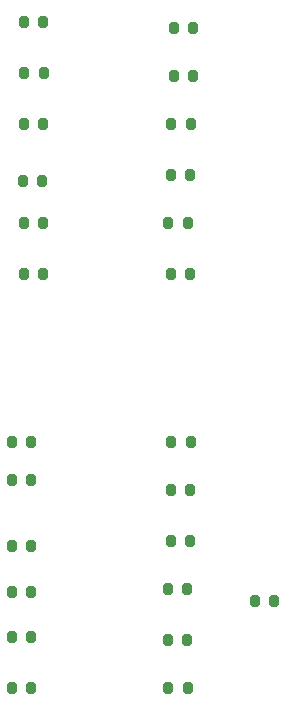
<source format=gbr>
%TF.GenerationSoftware,KiCad,Pcbnew,7.0.10*%
%TF.CreationDate,2024-02-20T17:57:48-08:00*%
%TF.ProjectId,HarnessTesterAll,4861726e-6573-4735-9465-73746572416c,rev?*%
%TF.SameCoordinates,Original*%
%TF.FileFunction,Paste,Bot*%
%TF.FilePolarity,Positive*%
%FSLAX46Y46*%
G04 Gerber Fmt 4.6, Leading zero omitted, Abs format (unit mm)*
G04 Created by KiCad (PCBNEW 7.0.10) date 2024-02-20 17:57:48*
%MOMM*%
%LPD*%
G01*
G04 APERTURE LIST*
G04 Aperture macros list*
%AMRoundRect*
0 Rectangle with rounded corners*
0 $1 Rounding radius*
0 $2 $3 $4 $5 $6 $7 $8 $9 X,Y pos of 4 corners*
0 Add a 4 corners polygon primitive as box body*
4,1,4,$2,$3,$4,$5,$6,$7,$8,$9,$2,$3,0*
0 Add four circle primitives for the rounded corners*
1,1,$1+$1,$2,$3*
1,1,$1+$1,$4,$5*
1,1,$1+$1,$6,$7*
1,1,$1+$1,$8,$9*
0 Add four rect primitives between the rounded corners*
20,1,$1+$1,$2,$3,$4,$5,0*
20,1,$1+$1,$4,$5,$6,$7,0*
20,1,$1+$1,$6,$7,$8,$9,0*
20,1,$1+$1,$8,$9,$2,$3,0*%
G04 Aperture macros list end*
%ADD10RoundRect,0.200000X-0.200000X-0.275000X0.200000X-0.275000X0.200000X0.275000X-0.200000X0.275000X0*%
%ADD11RoundRect,0.200000X0.200000X0.275000X-0.200000X0.275000X-0.200000X-0.275000X0.200000X-0.275000X0*%
G04 APERTURE END LIST*
D10*
%TO.C,R13*%
X98489000Y-87376000D03*
X100139000Y-87376000D03*
%TD*%
%TO.C,R14*%
X98489000Y-83058000D03*
X100139000Y-83058000D03*
%TD*%
D11*
%TO.C,R20*%
X112394000Y-83058000D03*
X110744000Y-83058000D03*
%TD*%
%TO.C,R27*%
X119697000Y-115062000D03*
X118047000Y-115062000D03*
%TD*%
%TO.C,R23*%
X112839000Y-70612000D03*
X111189000Y-70612000D03*
%TD*%
%TO.C,R7*%
X112394000Y-122428000D03*
X110744000Y-122428000D03*
%TD*%
D10*
%TO.C,R1*%
X97473000Y-122428000D03*
X99123000Y-122428000D03*
%TD*%
%TO.C,R5*%
X97473000Y-104775000D03*
X99123000Y-104775000D03*
%TD*%
D11*
%TO.C,R24*%
X112839000Y-66548000D03*
X111189000Y-66548000D03*
%TD*%
D10*
%TO.C,R17*%
X98552000Y-70358000D03*
X100202000Y-70358000D03*
%TD*%
%TO.C,R15*%
X98426000Y-79502000D03*
X100076000Y-79502000D03*
%TD*%
D11*
%TO.C,R12*%
X112648000Y-101600000D03*
X110998000Y-101600000D03*
%TD*%
%TO.C,R11*%
X112585000Y-105664000D03*
X110935000Y-105664000D03*
%TD*%
%TO.C,R21*%
X112585000Y-78994000D03*
X110935000Y-78994000D03*
%TD*%
D10*
%TO.C,R3*%
X97473000Y-114300000D03*
X99123000Y-114300000D03*
%TD*%
%TO.C,R4*%
X97473000Y-110363000D03*
X99123000Y-110363000D03*
%TD*%
D11*
%TO.C,R22*%
X112648000Y-74676000D03*
X110998000Y-74676000D03*
%TD*%
D10*
%TO.C,R6*%
X97473000Y-101600000D03*
X99123000Y-101600000D03*
%TD*%
%TO.C,R18*%
X98489000Y-66040000D03*
X100139000Y-66040000D03*
%TD*%
D11*
%TO.C,R19*%
X112585000Y-87376000D03*
X110935000Y-87376000D03*
%TD*%
%TO.C,R10*%
X112585000Y-109982000D03*
X110935000Y-109982000D03*
%TD*%
%TO.C,R9*%
X112331000Y-114046000D03*
X110681000Y-114046000D03*
%TD*%
%TO.C,R8*%
X112331000Y-118364000D03*
X110681000Y-118364000D03*
%TD*%
D10*
%TO.C,R2*%
X97473000Y-118110000D03*
X99123000Y-118110000D03*
%TD*%
%TO.C,R16*%
X98489000Y-74676000D03*
X100139000Y-74676000D03*
%TD*%
M02*

</source>
